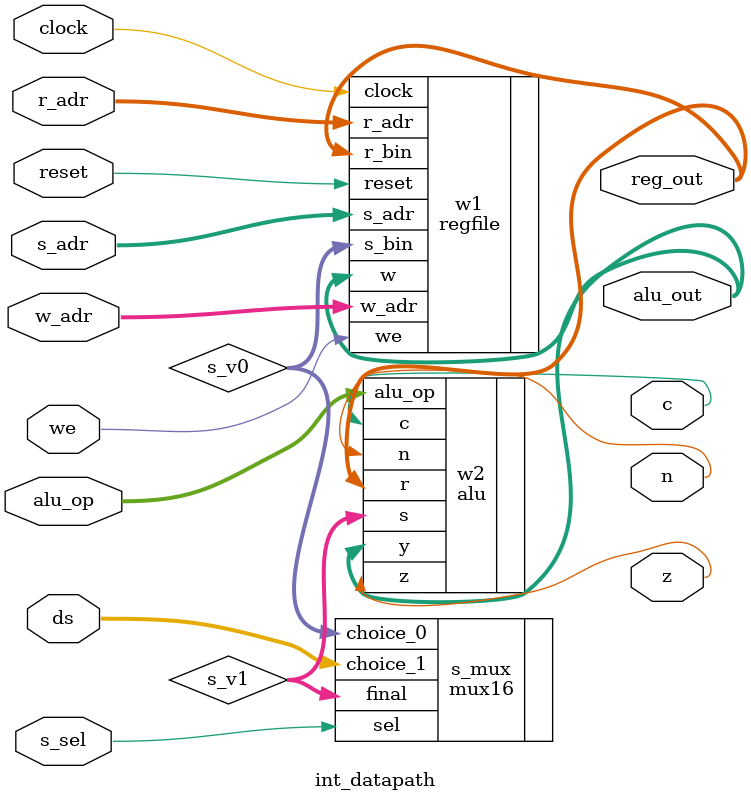
<source format=v>
`timescale 1ns / 1ps


module int_datapath(
    input clock,
    input reset,
    input we,
    input [2:0] r_adr,
    input [2:0] s_adr,
    input [2:0] w_adr,
    input [3:0] alu_op,
    input s_sel,
    input [15:0] ds,
    output n,
    output z,
    output c,
    output [15:0] reg_out,
    output [15:0] alu_out
    );
    


//----------------------------------------------------
//---------------------REG16 FILES--------------------
//----------------------------------------------------
    wire [15:0] s_v0;
    regfile w1(
        .clock(clock),
        .reset(reset),
        .r_adr(r_adr),
        .s_adr(s_adr),
        .w_adr(w_adr),
        .w(alu_out),
        .we(we),
        .r_bin(reg_out),
        .s_bin(s_v0)
        );
    
//----------------------------------------------------
//------------------------S MUX-----------------------
//----------------------------------------------------
    wire [15:0] s_v1;
    mux16 s_mux(
        .sel(s_sel),
        .choice_0(s_v0),
        .choice_1(ds),
        .final(s_v1)
        );

//----------------------------------------------------
//-------------------------ALU------------------------
//----------------------------------------------------
    alu w2(
        .r(reg_out),
        .s(s_v1),
        .alu_op(alu_op),
        .y(alu_out),
        .n(n),
        .z(z),
        .c(c)
        );



    
    
endmodule

</source>
